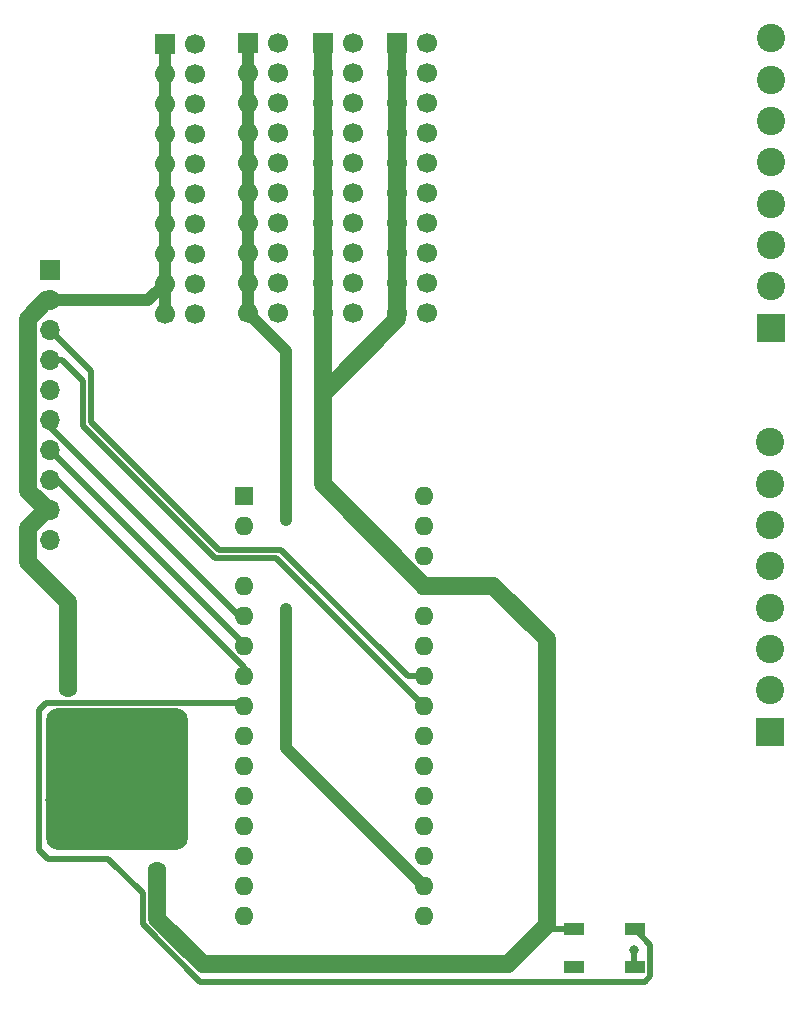
<source format=gbr>
%TF.GenerationSoftware,KiCad,Pcbnew,9.0.1*%
%TF.CreationDate,2025-05-07T10:28:50-04:00*%
%TF.ProjectId,BREAD_Slice,42524541-445f-4536-9c69-63655f636f6e,rev?*%
%TF.SameCoordinates,PX74eba40PY8552dc0*%
%TF.FileFunction,Copper,L1,Top*%
%TF.FilePolarity,Positive*%
%FSLAX46Y46*%
G04 Gerber Fmt 4.6, Leading zero omitted, Abs format (unit mm)*
G04 Created by KiCad (PCBNEW 9.0.1) date 2025-05-07 10:28:50*
%MOMM*%
%LPD*%
G01*
G04 APERTURE LIST*
G04 Aperture macros list*
%AMRoundRect*
0 Rectangle with rounded corners*
0 $1 Rounding radius*
0 $2 $3 $4 $5 $6 $7 $8 $9 X,Y pos of 4 corners*
0 Add a 4 corners polygon primitive as box body*
4,1,4,$2,$3,$4,$5,$6,$7,$8,$9,$2,$3,0*
0 Add four circle primitives for the rounded corners*
1,1,$1+$1,$2,$3*
1,1,$1+$1,$4,$5*
1,1,$1+$1,$6,$7*
1,1,$1+$1,$8,$9*
0 Add four rect primitives between the rounded corners*
20,1,$1+$1,$2,$3,$4,$5,0*
20,1,$1+$1,$4,$5,$6,$7,0*
20,1,$1+$1,$6,$7,$8,$9,0*
20,1,$1+$1,$8,$9,$2,$3,0*%
G04 Aperture macros list end*
%TA.AperFunction,ComponentPad*%
%ADD10R,1.600000X1.600000*%
%TD*%
%TA.AperFunction,ComponentPad*%
%ADD11O,1.600000X1.600000*%
%TD*%
%TA.AperFunction,ComponentPad*%
%ADD12R,1.700000X1.700000*%
%TD*%
%TA.AperFunction,ComponentPad*%
%ADD13O,1.700000X1.700000*%
%TD*%
%TA.AperFunction,SMDPad,CuDef*%
%ADD14RoundRect,1.000000X-5.000000X-5.000000X5.000000X-5.000000X5.000000X5.000000X-5.000000X5.000000X0*%
%TD*%
%TA.AperFunction,ComponentPad*%
%ADD15R,2.400000X2.400000*%
%TD*%
%TA.AperFunction,ComponentPad*%
%ADD16C,2.400000*%
%TD*%
%TA.AperFunction,ComponentPad*%
%ADD17C,1.700000*%
%TD*%
%TA.AperFunction,SMDPad,CuDef*%
%ADD18R,1.651000X1.000000*%
%TD*%
%TA.AperFunction,ViaPad*%
%ADD19C,0.800000*%
%TD*%
%TA.AperFunction,ViaPad*%
%ADD20C,0.500000*%
%TD*%
%TA.AperFunction,ViaPad*%
%ADD21C,1.600000*%
%TD*%
%TA.AperFunction,ViaPad*%
%ADD22C,1.000000*%
%TD*%
%TA.AperFunction,Conductor*%
%ADD23C,0.500000*%
%TD*%
%TA.AperFunction,Conductor*%
%ADD24C,1.500000*%
%TD*%
%TA.AperFunction,Conductor*%
%ADD25C,1.000000*%
%TD*%
G04 APERTURE END LIST*
D10*
%TO.P,A1,1,D1/TX*%
%TO.N,unconnected-(A1-D1{slash}TX-Pad1)*%
X20010000Y42360000D03*
D11*
%TO.P,A1,2,D0/RX*%
%TO.N,unconnected-(A1-D0{slash}RX-Pad2)*%
X20010000Y39820000D03*
%TO.P,A1,4,GND*%
%TO.N,GND*%
X20010000Y34740000D03*
%TO.P,A1,5,D2*%
%TO.N,/E_STOP*%
X20010000Y32200000D03*
%TO.P,A1,6,D3*%
%TO.N,/INT*%
X20010000Y29660000D03*
%TO.P,A1,7,D4*%
%TO.N,/SYNC*%
X20010000Y27120000D03*
%TO.P,A1,8,D5*%
%TO.N,/LED*%
X20010000Y24580000D03*
%TO.P,A1,9,D6*%
%TO.N,/D6*%
X20010000Y22040000D03*
%TO.P,A1,10,D7*%
%TO.N,/D7*%
X20010000Y19500000D03*
%TO.P,A1,11,D8*%
%TO.N,/D8*%
X20010000Y16960000D03*
%TO.P,A1,12,D9*%
%TO.N,/D9*%
X20010000Y14420000D03*
%TO.P,A1,13,D10*%
%TO.N,/D10*%
X20010000Y11880000D03*
%TO.P,A1,14,D11*%
%TO.N,/D11*%
X20010000Y9340000D03*
%TO.P,A1,15,D12*%
%TO.N,/D12*%
X20010000Y6800000D03*
%TO.P,A1,16,D13*%
%TO.N,/D13*%
X35250000Y6800000D03*
%TO.P,A1,17,3V3*%
%TO.N,+3.3V*%
X35250000Y9340000D03*
%TO.P,A1,18,AREF*%
%TO.N,/AREF*%
X35250000Y11880000D03*
%TO.P,A1,19,A0*%
%TO.N,/A0*%
X35250000Y14420000D03*
%TO.P,A1,20,A1*%
%TO.N,/A1*%
X35250000Y16960000D03*
%TO.P,A1,21,A2*%
%TO.N,/A2*%
X35250000Y19500000D03*
%TO.P,A1,22,A3*%
%TO.N,/A3*%
X35250000Y22040000D03*
%TO.P,A1,23,A4*%
%TO.N,/I2C_DAT*%
X35250000Y24580000D03*
%TO.P,A1,24,A5*%
%TO.N,/I2C_CLK*%
X35250000Y27120000D03*
%TO.P,A1,25,A6*%
%TO.N,/A6*%
X35250000Y29660000D03*
%TO.P,A1,26,A7*%
%TO.N,/A7*%
X35250000Y32200000D03*
%TO.P,A1,27,+5V*%
%TO.N,+5V*%
X35250000Y34740000D03*
%TO.P,A1,28,~{RESET}*%
%TO.N,/RESET*%
X35250000Y37280000D03*
%TO.P,A1,29,GND*%
%TO.N,GND*%
X35250000Y39820000D03*
%TO.P,A1,30,VIN*%
%TO.N,unconnected-(A1-VIN-Pad30)*%
X35250000Y42360000D03*
%TD*%
D12*
%TO.P,J1,1,Pin_1*%
%TO.N,GND*%
X3600000Y61450000D03*
D13*
%TO.P,J1,2,Pin_2*%
%TO.N,+12V*%
X3600000Y58910000D03*
%TO.P,J1,3,Pin_3*%
%TO.N,/I2C_CLK*%
X3600000Y56370000D03*
%TO.P,J1,4,Pin_4*%
%TO.N,/I2C_DAT*%
X3600000Y53830000D03*
%TO.P,J1,5,Pin_5*%
%TO.N,GND*%
X3600000Y51290000D03*
%TO.P,J1,6,Pin_6*%
%TO.N,/E_STOP*%
X3600000Y48750000D03*
%TO.P,J1,7,Pin_7*%
%TO.N,/INT*%
X3600000Y46210000D03*
%TO.P,J1,8,Pin_8*%
%TO.N,/SYNC*%
X3600000Y43670000D03*
%TO.P,J1,9,Pin_9*%
%TO.N,+12V*%
X3600000Y41130000D03*
%TO.P,J1,10,Pin_10*%
%TO.N,GND*%
X3600000Y38590000D03*
%TD*%
D14*
%TO.P,HS1,1*%
%TO.N,GND*%
X9200000Y18350000D03*
%TD*%
D15*
%TO.P,J3,1,Pin_1*%
%TO.N,/AREF*%
X64500000Y22400000D03*
D16*
%TO.P,J3,2,Pin_2*%
%TO.N,/A0*%
X64500000Y25900000D03*
%TO.P,J3,3,Pin_3*%
%TO.N,/A1*%
X64500000Y29400000D03*
%TO.P,J3,4,Pin_4*%
%TO.N,/A2*%
X64500000Y32900000D03*
%TO.P,J3,5,Pin_5*%
%TO.N,/A3*%
X64500000Y36400000D03*
%TO.P,J3,6,Pin_6*%
%TO.N,/A6*%
X64500000Y39900000D03*
%TO.P,J3,7,Pin_7*%
%TO.N,/A7*%
X64500000Y43400000D03*
%TO.P,J3,8,Pin_8*%
%TO.N,/RESET*%
X64500000Y46900000D03*
%TD*%
D12*
%TO.P,J6,1,Pin_1*%
%TO.N,+5V*%
X32950000Y80710000D03*
D17*
%TO.P,J6,2,Pin_2*%
%TO.N,GND*%
X35490000Y80710000D03*
%TO.P,J6,3,Pin_3*%
%TO.N,+5V*%
X32950000Y78170000D03*
%TO.P,J6,4,Pin_4*%
%TO.N,GND*%
X35490000Y78170000D03*
%TO.P,J6,5,Pin_5*%
%TO.N,+5V*%
X32950000Y75630000D03*
%TO.P,J6,6,Pin_6*%
%TO.N,GND*%
X35490000Y75630000D03*
%TO.P,J6,7,Pin_7*%
%TO.N,+5V*%
X32950000Y73090000D03*
%TO.P,J6,8,Pin_8*%
%TO.N,GND*%
X35490000Y73090000D03*
%TO.P,J6,9,Pin_9*%
%TO.N,+5V*%
X32950000Y70550000D03*
%TO.P,J6,10,Pin_10*%
%TO.N,GND*%
X35490000Y70550000D03*
%TO.P,J6,11,Pin_11*%
%TO.N,+5V*%
X32950000Y68010000D03*
%TO.P,J6,12,Pin_12*%
%TO.N,GND*%
X35490000Y68010000D03*
%TO.P,J6,13,Pin_13*%
%TO.N,+5V*%
X32950000Y65470000D03*
%TO.P,J6,14,Pin_14*%
%TO.N,GND*%
X35490000Y65470000D03*
%TO.P,J6,15,Pin_15*%
%TO.N,+5V*%
X32950000Y62930000D03*
%TO.P,J6,16,Pin_16*%
%TO.N,GND*%
X35490000Y62930000D03*
%TO.P,J6,17,Pin_17*%
%TO.N,+5V*%
X32950000Y60390000D03*
%TO.P,J6,18,Pin_18*%
%TO.N,GND*%
X35490000Y60390000D03*
%TO.P,J6,19,Pin_19*%
%TO.N,+5V*%
X32950000Y57850000D03*
%TO.P,J6,20,Pin_20*%
%TO.N,GND*%
X35490000Y57850000D03*
%TD*%
D15*
%TO.P,J2,1,Pin_1*%
%TO.N,/D13*%
X64600000Y56600000D03*
D16*
%TO.P,J2,2,Pin_2*%
%TO.N,/D12*%
X64600000Y60100000D03*
%TO.P,J2,3,Pin_3*%
%TO.N,/D11*%
X64600000Y63600000D03*
%TO.P,J2,4,Pin_4*%
%TO.N,/D10*%
X64600000Y67100000D03*
%TO.P,J2,5,Pin_5*%
%TO.N,/D9*%
X64600000Y70600000D03*
%TO.P,J2,6,Pin_6*%
%TO.N,/D8*%
X64600000Y74100000D03*
%TO.P,J2,7,Pin_7*%
%TO.N,/D7*%
X64600000Y77600000D03*
%TO.P,J2,8,Pin_8*%
%TO.N,/D6*%
X64600000Y81100000D03*
%TD*%
D18*
%TO.P,D1,1,VDD*%
%TO.N,+5V*%
X47923000Y5667231D03*
%TO.P,D1,2,DOUT*%
%TO.N,unconnected-(D1-DOUT-Pad2)*%
X47923000Y2467231D03*
%TO.P,D1,3,VSS*%
%TO.N,GND*%
X53077000Y2467231D03*
%TO.P,D1,4,DIN*%
%TO.N,/LED*%
X53077000Y5667231D03*
%TD*%
D12*
%TO.P,J4,1,Pin_1*%
%TO.N,+12V*%
X13260000Y80660000D03*
D17*
%TO.P,J4,2,Pin_2*%
%TO.N,GND*%
X15800000Y80660000D03*
%TO.P,J4,3,Pin_3*%
%TO.N,+12V*%
X13260000Y78120000D03*
%TO.P,J4,4,Pin_4*%
%TO.N,GND*%
X15800000Y78120000D03*
%TO.P,J4,5,Pin_5*%
%TO.N,+12V*%
X13260000Y75580000D03*
%TO.P,J4,6,Pin_6*%
%TO.N,GND*%
X15800000Y75580000D03*
%TO.P,J4,7,Pin_7*%
%TO.N,+12V*%
X13260000Y73040000D03*
%TO.P,J4,8,Pin_8*%
%TO.N,GND*%
X15800000Y73040000D03*
%TO.P,J4,9,Pin_9*%
%TO.N,+12V*%
X13260000Y70500000D03*
%TO.P,J4,10,Pin_10*%
%TO.N,GND*%
X15800000Y70500000D03*
%TO.P,J4,11,Pin_11*%
%TO.N,+12V*%
X13260000Y67960000D03*
%TO.P,J4,12,Pin_12*%
%TO.N,GND*%
X15800000Y67960000D03*
%TO.P,J4,13,Pin_13*%
%TO.N,+12V*%
X13260000Y65420000D03*
%TO.P,J4,14,Pin_14*%
%TO.N,GND*%
X15800000Y65420000D03*
%TO.P,J4,15,Pin_15*%
%TO.N,+12V*%
X13260000Y62880000D03*
%TO.P,J4,16,Pin_16*%
%TO.N,GND*%
X15800000Y62880000D03*
%TO.P,J4,17,Pin_17*%
%TO.N,+12V*%
X13260000Y60340000D03*
%TO.P,J4,18,Pin_18*%
%TO.N,GND*%
X15800000Y60340000D03*
%TO.P,J4,19,Pin_19*%
%TO.N,+12V*%
X13260000Y57800000D03*
%TO.P,J4,20,Pin_20*%
%TO.N,GND*%
X15800000Y57800000D03*
%TD*%
D12*
%TO.P,J5,1,Pin_1*%
%TO.N,+5V*%
X26650000Y80700000D03*
D17*
%TO.P,J5,2,Pin_2*%
%TO.N,GND*%
X29190000Y80700000D03*
%TO.P,J5,3,Pin_3*%
%TO.N,+5V*%
X26650000Y78160000D03*
%TO.P,J5,4,Pin_4*%
%TO.N,GND*%
X29190000Y78160000D03*
%TO.P,J5,5,Pin_5*%
%TO.N,+5V*%
X26650000Y75620000D03*
%TO.P,J5,6,Pin_6*%
%TO.N,GND*%
X29190000Y75620000D03*
%TO.P,J5,7,Pin_7*%
%TO.N,+5V*%
X26650000Y73080000D03*
%TO.P,J5,8,Pin_8*%
%TO.N,GND*%
X29190000Y73080000D03*
%TO.P,J5,9,Pin_9*%
%TO.N,+5V*%
X26650000Y70540000D03*
%TO.P,J5,10,Pin_10*%
%TO.N,GND*%
X29190000Y70540000D03*
%TO.P,J5,11,Pin_11*%
%TO.N,+5V*%
X26650000Y68000000D03*
%TO.P,J5,12,Pin_12*%
%TO.N,GND*%
X29190000Y68000000D03*
%TO.P,J5,13,Pin_13*%
%TO.N,+5V*%
X26650000Y65460000D03*
%TO.P,J5,14,Pin_14*%
%TO.N,GND*%
X29190000Y65460000D03*
%TO.P,J5,15,Pin_15*%
%TO.N,+5V*%
X26650000Y62920000D03*
%TO.P,J5,16,Pin_16*%
%TO.N,GND*%
X29190000Y62920000D03*
%TO.P,J5,17,Pin_17*%
%TO.N,+5V*%
X26650000Y60380000D03*
%TO.P,J5,18,Pin_18*%
%TO.N,GND*%
X29190000Y60380000D03*
%TO.P,J5,19,Pin_19*%
%TO.N,+5V*%
X26650000Y57840000D03*
%TO.P,J5,20,Pin_20*%
%TO.N,GND*%
X29190000Y57840000D03*
%TD*%
D12*
%TO.P,J7,1,Pin_1*%
%TO.N,+3.3V*%
X20360000Y80710000D03*
D17*
%TO.P,J7,2,Pin_2*%
%TO.N,GND*%
X22900000Y80710000D03*
%TO.P,J7,3,Pin_3*%
%TO.N,+3.3V*%
X20360000Y78170000D03*
%TO.P,J7,4,Pin_4*%
%TO.N,GND*%
X22900000Y78170000D03*
%TO.P,J7,5,Pin_5*%
%TO.N,+3.3V*%
X20360000Y75630000D03*
%TO.P,J7,6,Pin_6*%
%TO.N,GND*%
X22900000Y75630000D03*
%TO.P,J7,7,Pin_7*%
%TO.N,+3.3V*%
X20360000Y73090000D03*
%TO.P,J7,8,Pin_8*%
%TO.N,GND*%
X22900000Y73090000D03*
%TO.P,J7,9,Pin_9*%
%TO.N,+3.3V*%
X20360000Y70550000D03*
%TO.P,J7,10,Pin_10*%
%TO.N,GND*%
X22900000Y70550000D03*
%TO.P,J7,11,Pin_11*%
%TO.N,+3.3V*%
X20360000Y68010000D03*
%TO.P,J7,12,Pin_12*%
%TO.N,GND*%
X22900000Y68010000D03*
%TO.P,J7,13,Pin_13*%
%TO.N,+3.3V*%
X20360000Y65470000D03*
%TO.P,J7,14,Pin_14*%
%TO.N,GND*%
X22900000Y65470000D03*
%TO.P,J7,15,Pin_15*%
%TO.N,+3.3V*%
X20360000Y62930000D03*
%TO.P,J7,16,Pin_16*%
%TO.N,GND*%
X22900000Y62930000D03*
%TO.P,J7,17,Pin_17*%
%TO.N,+3.3V*%
X20360000Y60390000D03*
%TO.P,J7,18,Pin_18*%
%TO.N,GND*%
X22900000Y60390000D03*
%TO.P,J7,19,Pin_19*%
%TO.N,+3.3V*%
X20360000Y57850000D03*
%TO.P,J7,20,Pin_20*%
%TO.N,GND*%
X22900000Y57850000D03*
%TD*%
D19*
%TO.N,GND*%
X14250000Y21895000D03*
X3750000Y13345000D03*
D20*
X7250000Y18845000D03*
D19*
X7350000Y23595000D03*
D20*
X8550000Y19545000D03*
X8550000Y21045000D03*
X7450000Y21845000D03*
D19*
X53000000Y3900000D03*
D20*
X9750000Y21845000D03*
D19*
X3550000Y16595000D03*
X14250000Y13995000D03*
X14250000Y18995000D03*
D20*
X8150000Y18845000D03*
X6150000Y16145000D03*
D21*
%TO.N,+5V*%
X12650000Y10600000D03*
D22*
%TO.N,+3.3V*%
X23550000Y40300000D03*
X23550000Y32800000D03*
D21*
%TO.N,+12V*%
X5100000Y26100000D03*
%TD*%
D23*
%TO.N,GND*%
X53000000Y3900000D02*
X53000000Y2544231D01*
D24*
%TO.N,+5V*%
X32950000Y57300000D02*
X32950000Y57850000D01*
X26650000Y57840000D02*
X26650000Y80700000D01*
X26650000Y51250000D02*
X26650000Y57840000D01*
X41110000Y34740000D02*
X35250000Y34740000D01*
X35250000Y34740000D02*
X26650000Y43340000D01*
X16500000Y2700000D02*
X42350000Y2700000D01*
D23*
X47932769Y5667231D02*
X47923000Y5667231D01*
D24*
X45650000Y6000000D02*
X45650000Y30200000D01*
X26650000Y51250000D02*
X26900000Y51250000D01*
X26900000Y51250000D02*
X32950000Y57300000D01*
X32950000Y57850000D02*
X32950000Y80710000D01*
X26650000Y43340000D02*
X26650000Y51250000D01*
X12650000Y10600000D02*
X12650000Y6550000D01*
X12650000Y6550000D02*
X16500000Y2700000D01*
X42350000Y2700000D02*
X45650000Y6000000D01*
X45650000Y30200000D02*
X41110000Y34740000D01*
D23*
X45982769Y5667231D02*
X47923000Y5667231D01*
X45650000Y6000000D02*
X45982769Y5667231D01*
%TO.N,/LED*%
X54400000Y4344231D02*
X54400000Y1700000D01*
X11400000Y6102944D02*
X11400000Y8700000D01*
X54400000Y1700000D02*
X53900000Y1200000D01*
X3400000Y11600000D02*
X2600000Y12400000D01*
X3200000Y24850000D02*
X19740000Y24850000D01*
X19740000Y24850000D02*
X20010000Y24580000D01*
X53077000Y5667231D02*
X54400000Y4344231D01*
X20010000Y24580000D02*
X20090000Y24580000D01*
X2600000Y24250000D02*
X3200000Y24850000D01*
X8500000Y11600000D02*
X3400000Y11600000D01*
X2600000Y12400000D02*
X2600000Y24250000D01*
X16302944Y1200000D02*
X11400000Y6102944D01*
X11400000Y8700000D02*
X8500000Y11600000D01*
X53900000Y1200000D02*
X16302944Y1200000D01*
%TO.N,/I2C_CLK*%
X23150000Y37800000D02*
X17839950Y37800000D01*
X7050000Y48589950D02*
X7050000Y52920000D01*
X35250000Y27120000D02*
X33830000Y27120000D01*
X17839950Y37800000D02*
X7050000Y48589950D01*
X7050000Y52920000D02*
X3600000Y56370000D01*
X33830000Y27120000D02*
X23150000Y37800000D01*
%TO.N,/I2C_DAT*%
X22730000Y37100000D02*
X35250000Y24580000D01*
X3600000Y53830000D02*
X4570000Y53830000D01*
X6350000Y48300000D02*
X17550000Y37100000D01*
X17550000Y37100000D02*
X22730000Y37100000D01*
X4570000Y53830000D02*
X6350000Y52050000D01*
X6350000Y52050000D02*
X6350000Y48300000D01*
%TO.N,/SYNC*%
X20010000Y27840000D02*
X20010000Y27120000D01*
X3600000Y43670000D02*
X4180000Y43670000D01*
X4180000Y43670000D02*
X20010000Y27840000D01*
D25*
%TO.N,+3.3V*%
X20360000Y80710000D02*
X20360000Y57850000D01*
X23550000Y54660000D02*
X23550000Y40300000D01*
X23550000Y21040000D02*
X35250000Y9340000D01*
X23550000Y32800000D02*
X23550000Y21040000D01*
X20360000Y57850000D02*
X23550000Y54660000D01*
D23*
%TO.N,/E_STOP*%
X19550000Y32200000D02*
X20010000Y32200000D01*
X3600000Y48150000D02*
X19550000Y32200000D01*
X3600000Y48750000D02*
X3600000Y48150000D01*
D24*
%TO.N,+12V*%
X1700000Y42800000D02*
X3370000Y41130000D01*
X3370000Y41130000D02*
X3600000Y41130000D01*
D25*
X13260000Y57800000D02*
X13260000Y80660000D01*
X11830000Y58910000D02*
X13260000Y60340000D01*
D24*
X3600000Y58910000D02*
X3260000Y58910000D01*
X3230000Y41130000D02*
X3600000Y41130000D01*
X1700000Y36760000D02*
X1700000Y39600000D01*
X5100000Y33360000D02*
X1700000Y36760000D01*
X1700000Y39600000D02*
X3230000Y41130000D01*
X5100000Y26100000D02*
X5100000Y33360000D01*
D25*
X3600000Y58910000D02*
X11830000Y58910000D01*
X3600000Y58910000D02*
X3610000Y58900000D01*
D24*
X1700000Y57350000D02*
X1700000Y42800000D01*
X3260000Y58910000D02*
X1700000Y57350000D01*
D23*
%TO.N,/INT*%
X3600000Y46210000D02*
X20010000Y29800000D01*
X20010000Y29800000D02*
X20010000Y29660000D01*
%TD*%
M02*

</source>
